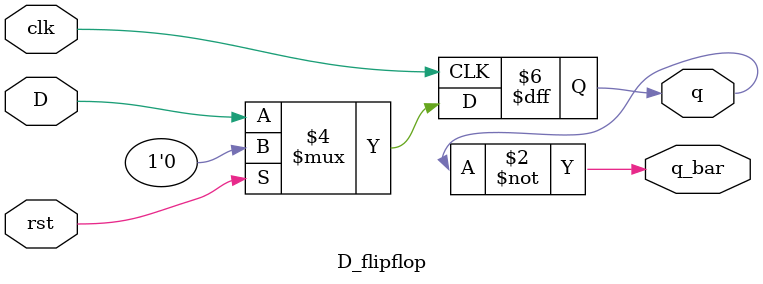
<source format=v>
`timescale 1ns / 1ps
module D_flipflop(
    input clk, rst,
    input D,
    output reg q,
    output q_bar
    );
    
    always @(posedge clk) begin
        if (rst) q <= 0;
        else 
            q <= D;
    end
    assign q_bar = ~q ;
endmodule

</source>
